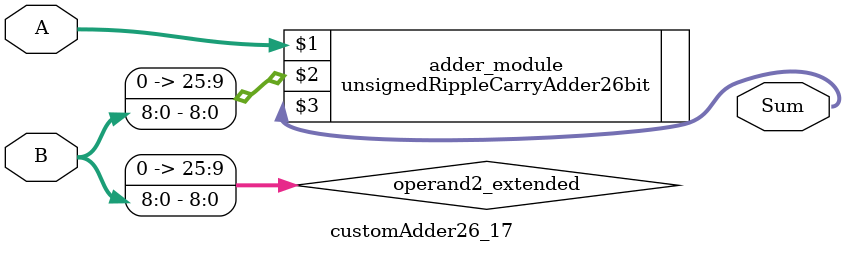
<source format=v>

module customAdder26_17(
                    input [25 : 0] A,
                    input [8 : 0] B,
                    
                    output [26 : 0] Sum
            );

    wire [25 : 0] operand2_extended;
    
    assign operand2_extended =  {17'b0, B};
    
    unsignedRippleCarryAdder26bit adder_module(
        A,
        operand2_extended,
        Sum
    );
    
endmodule
        
</source>
